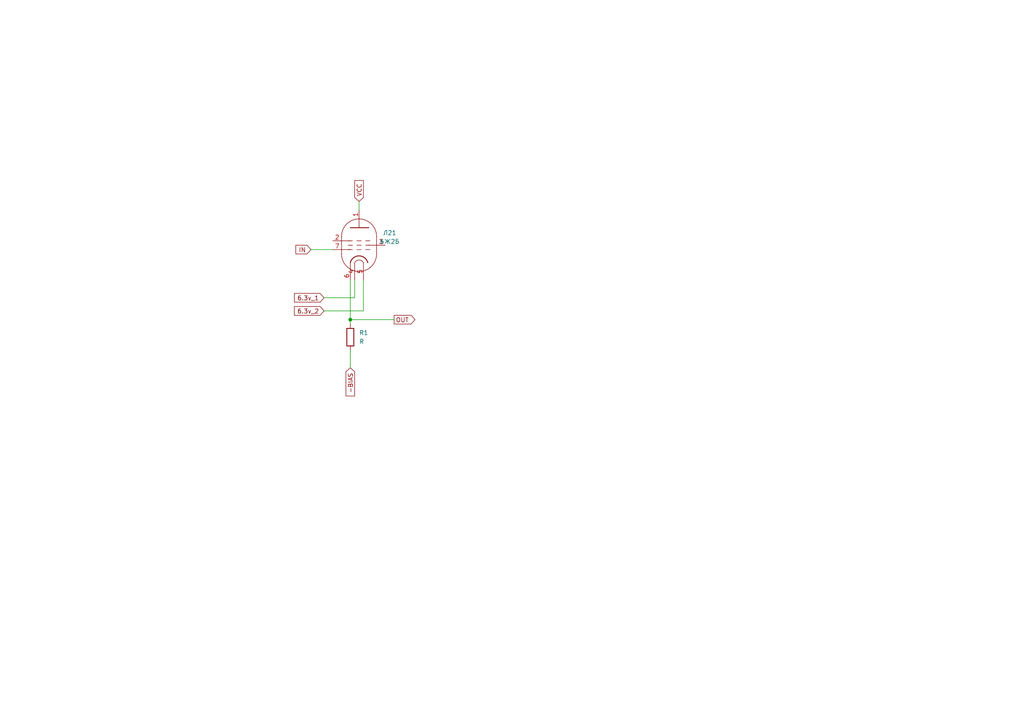
<source format=kicad_sch>
(kicad_sch
	(version 20231120)
	(generator "eeschema")
	(generator_version "8.0")
	(uuid "4cecc1c3-997f-4c98-a430-f3698b269281")
	(paper "A4")
	(lib_symbols
		(symbol "Device:R"
			(pin_numbers hide)
			(pin_names
				(offset 0)
			)
			(exclude_from_sim no)
			(in_bom yes)
			(on_board yes)
			(property "Reference" "R"
				(at 2.032 0 90)
				(effects
					(font
						(size 1.27 1.27)
					)
				)
			)
			(property "Value" "R"
				(at 0 0 90)
				(effects
					(font
						(size 1.27 1.27)
					)
				)
			)
			(property "Footprint" ""
				(at -1.778 0 90)
				(effects
					(font
						(size 1.27 1.27)
					)
					(hide yes)
				)
			)
			(property "Datasheet" "~"
				(at 0 0 0)
				(effects
					(font
						(size 1.27 1.27)
					)
					(hide yes)
				)
			)
			(property "Description" "Resistor"
				(at 0 0 0)
				(effects
					(font
						(size 1.27 1.27)
					)
					(hide yes)
				)
			)
			(property "ki_keywords" "R res resistor"
				(at 0 0 0)
				(effects
					(font
						(size 1.27 1.27)
					)
					(hide yes)
				)
			)
			(property "ki_fp_filters" "R_*"
				(at 0 0 0)
				(effects
					(font
						(size 1.27 1.27)
					)
					(hide yes)
				)
			)
			(symbol "R_0_1"
				(rectangle
					(start -1.016 -2.54)
					(end 1.016 2.54)
					(stroke
						(width 0.254)
						(type default)
					)
					(fill
						(type none)
					)
				)
			)
			(symbol "R_1_1"
				(pin passive line
					(at 0 3.81 270)
					(length 1.27)
					(name "~"
						(effects
							(font
								(size 1.27 1.27)
							)
						)
					)
					(number "1"
						(effects
							(font
								(size 1.27 1.27)
							)
						)
					)
				)
				(pin passive line
					(at 0 -3.81 90)
					(length 1.27)
					(name "~"
						(effects
							(font
								(size 1.27 1.27)
							)
						)
					)
					(number "2"
						(effects
							(font
								(size 1.27 1.27)
							)
						)
					)
				)
			)
		)
		(symbol "vacuum_tube:6Ж2Б"
			(pin_names
				(offset 0) hide)
			(exclude_from_sim no)
			(in_bom yes)
			(on_board yes)
			(property "Reference" "Л"
				(at 3.302 7.874 0)
				(effects
					(font
						(size 1.27 1.27)
					)
				)
			)
			(property "Value" "6Ж2Б"
				(at 8.89 -7.62 0)
				(effects
					(font
						(size 1.27 1.27)
					)
				)
			)
			(property "Footprint" ""
				(at 6.858 -10.16 0)
				(effects
					(font
						(size 1.27 1.27)
					)
					(hide yes)
				)
			)
			(property "Datasheet" ""
				(at 0 0 0)
				(effects
					(font
						(size 1.27 1.27)
					)
					(hide yes)
				)
			)
			(property "Description" "Pentode"
				(at 0 0 0)
				(effects
					(font
						(size 1.27 1.27)
					)
					(hide yes)
				)
			)
			(property "ki_keywords" "pentode valve"
				(at 0 0 0)
				(effects
					(font
						(size 1.27 1.27)
					)
					(hide yes)
				)
			)
			(property "ki_fp_filters" "VALVE*NOVAL*P*"
				(at 0 0 0)
				(effects
					(font
						(size 1.27 1.27)
					)
					(hide yes)
				)
			)
			(symbol "6Ж2Б_0_1"
				(arc
					(start -5.08 -2.54)
					(mid 0 -7.5979)
					(end 5.08 -2.54)
					(stroke
						(width 0)
						(type default)
					)
					(fill
						(type none)
					)
				)
				(polyline
					(pts
						(xy 5.08 2.54) (xy 5.08 -2.54)
					)
					(stroke
						(width 0)
						(type default)
					)
					(fill
						(type none)
					)
				)
				(polyline
					(pts
						(xy -5.08 2.54) (xy -5.08 -2.54) (xy -5.08 -2.54)
					)
					(stroke
						(width 0)
						(type default)
					)
					(fill
						(type none)
					)
				)
				(arc
					(start 5.08 2.54)
					(mid 0 7.5979)
					(end -5.08 2.54)
					(stroke
						(width 0)
						(type default)
					)
					(fill
						(type none)
					)
				)
			)
			(symbol "6Ж2Б_1_0"
				(polyline
					(pts
						(xy -2.54 -5.08) (xy -2.54 -7.62)
					)
					(stroke
						(width 0)
						(type default)
					)
					(fill
						(type none)
					)
				)
				(polyline
					(pts
						(xy 0 5.08) (xy 0 7.62)
					)
					(stroke
						(width 0)
						(type default)
					)
					(fill
						(type none)
					)
				)
			)
			(symbol "6Ж2Б_1_1"
				(polyline
					(pts
						(xy -5.08 -1.27) (xy -2.54 -1.27)
					)
					(stroke
						(width 0)
						(type default)
					)
					(fill
						(type none)
					)
				)
				(polyline
					(pts
						(xy -5.08 1.27) (xy -2.54 1.27)
					)
					(stroke
						(width 0)
						(type default)
					)
					(fill
						(type none)
					)
				)
				(polyline
					(pts
						(xy -1.905 -1.27) (xy -3.175 -1.27)
					)
					(stroke
						(width 0.1524)
						(type default)
					)
					(fill
						(type none)
					)
				)
				(polyline
					(pts
						(xy -1.905 0) (xy -3.175 0)
					)
					(stroke
						(width 0.1524)
						(type default)
					)
					(fill
						(type none)
					)
				)
				(polyline
					(pts
						(xy -1.905 1.27) (xy -3.175 1.27)
					)
					(stroke
						(width 0.1524)
						(type default)
					)
					(fill
						(type none)
					)
				)
				(polyline
					(pts
						(xy -0.635 -1.27) (xy 0.635 -1.27)
					)
					(stroke
						(width 0.1524)
						(type default)
					)
					(fill
						(type none)
					)
				)
				(polyline
					(pts
						(xy -0.635 0) (xy 0.635 0)
					)
					(stroke
						(width 0.1524)
						(type default)
					)
					(fill
						(type none)
					)
				)
				(polyline
					(pts
						(xy -0.635 1.27) (xy 0.635 1.27)
					)
					(stroke
						(width 0.1524)
						(type default)
					)
					(fill
						(type none)
					)
				)
				(polyline
					(pts
						(xy 1.905 -1.27) (xy 3.175 -1.27)
					)
					(stroke
						(width 0.1524)
						(type default)
					)
					(fill
						(type none)
					)
				)
				(polyline
					(pts
						(xy 1.905 0) (xy 3.175 0)
					)
					(stroke
						(width 0.1524)
						(type default)
					)
					(fill
						(type none)
					)
				)
				(polyline
					(pts
						(xy 1.905 1.27) (xy 3.175 1.27)
					)
					(stroke
						(width 0.1524)
						(type default)
					)
					(fill
						(type none)
					)
				)
				(polyline
					(pts
						(xy 2.54 0) (xy 5.08 0)
					)
					(stroke
						(width 0)
						(type default)
					)
					(fill
						(type none)
					)
				)
				(polyline
					(pts
						(xy -2.54 5.08) (xy 2.794 5.08) (xy 2.794 5.08)
					)
					(stroke
						(width 0.254)
						(type default)
					)
					(fill
						(type none)
					)
				)
				(arc
					(start 1.27 -5.08)
					(mid 0 -4.2951)
					(end -1.27 -5.08)
					(stroke
						(width 0)
						(type default)
					)
					(fill
						(type none)
					)
				)
				(arc
					(start 2.54 -5.08)
					(mid 0 -3.0968)
					(end -2.54 -5.08)
					(stroke
						(width 0.254)
						(type default)
					)
					(fill
						(type none)
					)
				)
				(pin output line
					(at 0 10.16 270)
					(length 2.54)
					(name "A"
						(effects
							(font
								(size 1.27 1.27)
							)
						)
					)
					(number "1"
						(effects
							(font
								(size 1.27 1.27)
							)
						)
					)
				)
				(pin input line
					(at -7.62 1.27 0)
					(length 2.54)
					(name "G3"
						(effects
							(font
								(size 1.27 1.27)
							)
						)
					)
					(number "2"
						(effects
							(font
								(size 1.27 1.27)
							)
						)
					)
				)
				(pin input line
					(at 7.62 0 180)
					(length 2.54)
					(name "G"
						(effects
							(font
								(size 1.27 1.27)
							)
						)
					)
					(number "3"
						(effects
							(font
								(size 1.27 1.27)
							)
						)
					)
				)
				(pin power_in line
					(at -1.27 -10.16 90)
					(length 5.08)
					(name "F1"
						(effects
							(font
								(size 1.27 1.27)
							)
						)
					)
					(number "4"
						(effects
							(font
								(size 1.27 1.27)
							)
						)
					)
				)
				(pin power_in line
					(at 1.27 -10.16 90)
					(length 5.08)
					(name "F1"
						(effects
							(font
								(size 1.27 1.27)
							)
						)
					)
					(number "5"
						(effects
							(font
								(size 1.27 1.27)
							)
						)
					)
				)
				(pin bidirectional line
					(at -2.54 -10.16 90)
					(length 2.54)
					(name "K"
						(effects
							(font
								(size 1.27 1.27)
							)
						)
					)
					(number "6"
						(effects
							(font
								(size 1.27 1.27)
							)
						)
					)
				)
				(pin input line
					(at -7.62 -1.27 0)
					(length 2.54)
					(name "G1"
						(effects
							(font
								(size 1.27 1.27)
							)
						)
					)
					(number "7"
						(effects
							(font
								(size 1.27 1.27)
							)
						)
					)
				)
			)
		)
	)
	(junction
		(at 101.6 92.71)
		(diameter 0)
		(color 0 0 0 0)
		(uuid "93cebb78-b345-4cbd-8859-6d88ed52eb8d")
	)
	(wire
		(pts
			(xy 101.6 101.6) (xy 101.6 106.68)
		)
		(stroke
			(width 0)
			(type default)
		)
		(uuid "1266e331-2405-4aed-9a61-223b4d915328")
	)
	(wire
		(pts
			(xy 90.17 72.39) (xy 96.52 72.39)
		)
		(stroke
			(width 0)
			(type default)
		)
		(uuid "13337ef7-3ae5-4932-9bba-441b72aea892")
	)
	(wire
		(pts
			(xy 93.98 86.36) (xy 102.87 86.36)
		)
		(stroke
			(width 0)
			(type default)
		)
		(uuid "236389de-deff-475c-99e2-2b4b7bcc6537")
	)
	(wire
		(pts
			(xy 104.14 58.42) (xy 104.14 60.96)
		)
		(stroke
			(width 0)
			(type default)
		)
		(uuid "34f4ef23-7ed1-4a44-98bb-b0df9c1fc1f0")
	)
	(wire
		(pts
			(xy 101.6 92.71) (xy 114.3 92.71)
		)
		(stroke
			(width 0)
			(type default)
		)
		(uuid "3cc10259-ac05-412e-8c01-4667cbb28e56")
	)
	(wire
		(pts
			(xy 102.87 86.36) (xy 102.87 81.28)
		)
		(stroke
			(width 0)
			(type default)
		)
		(uuid "4637098d-3eae-497a-ae43-231f169343a5")
	)
	(wire
		(pts
			(xy 105.41 90.17) (xy 105.41 81.28)
		)
		(stroke
			(width 0)
			(type default)
		)
		(uuid "68620b63-d38a-4720-bd32-27c2938bc613")
	)
	(wire
		(pts
			(xy 101.6 92.71) (xy 101.6 93.98)
		)
		(stroke
			(width 0)
			(type default)
		)
		(uuid "6b8f873c-9df7-4e16-9656-06208453c562")
	)
	(wire
		(pts
			(xy 93.98 90.17) (xy 105.41 90.17)
		)
		(stroke
			(width 0)
			(type default)
		)
		(uuid "8fd31cab-9e1d-43e4-8ab4-625ed46cab53")
	)
	(wire
		(pts
			(xy 101.6 81.28) (xy 101.6 92.71)
		)
		(stroke
			(width 0)
			(type default)
		)
		(uuid "f8f354b4-79c0-42ce-b061-dfd9a2519f31")
	)
	(global_label "6.3v_1"
		(shape input)
		(at 93.98 86.36 180)
		(fields_autoplaced yes)
		(effects
			(font
				(size 1.27 1.27)
			)
			(justify right)
		)
		(uuid "0f39eb27-b5fa-499d-a432-8d68db2218ff")
		(property "Intersheetrefs" "${INTERSHEET_REFS}"
			(at 84.9057 86.36 0)
			(effects
				(font
					(size 1.27 1.27)
				)
				(justify right)
				(hide yes)
			)
		)
	)
	(global_label "OUT"
		(shape output)
		(at 114.3 92.71 0)
		(fields_autoplaced yes)
		(effects
			(font
				(size 1.27 1.27)
			)
			(justify left)
		)
		(uuid "11804625-d339-4665-ac05-0b299bb27c28")
		(property "Intersheetrefs" "${INTERSHEET_REFS}"
			(at 120.8344 92.71 0)
			(effects
				(font
					(size 1.27 1.27)
				)
				(justify left)
				(hide yes)
			)
		)
	)
	(global_label "-BIAS"
		(shape input)
		(at 101.6 106.68 270)
		(fields_autoplaced yes)
		(effects
			(font
				(size 1.27 1.27)
			)
			(justify right)
		)
		(uuid "29fc5afb-52a9-433f-8278-dbaef1d78b65")
		(property "Intersheetrefs" "${INTERSHEET_REFS}"
			(at 101.6 115.3311 90)
			(effects
				(font
					(size 1.27 1.27)
				)
				(justify right)
				(hide yes)
			)
		)
	)
	(global_label "VCC"
		(shape input)
		(at 104.14 58.42 90)
		(fields_autoplaced yes)
		(effects
			(font
				(size 1.27 1.27)
			)
			(justify left)
		)
		(uuid "8554a4f4-0533-4747-9af7-b3b33d18d2d8")
		(property "Intersheetrefs" "${INTERSHEET_REFS}"
			(at 104.14 51.8856 90)
			(effects
				(font
					(size 1.27 1.27)
				)
				(justify left)
				(hide yes)
			)
		)
	)
	(global_label "IN"
		(shape input)
		(at 90.17 72.39 180)
		(fields_autoplaced yes)
		(effects
			(font
				(size 1.27 1.27)
			)
			(justify right)
		)
		(uuid "cfd433d8-70a2-4121-9cf3-450d71b970f7")
		(property "Intersheetrefs" "${INTERSHEET_REFS}"
			(at 85.3289 72.39 0)
			(effects
				(font
					(size 1.27 1.27)
				)
				(justify right)
				(hide yes)
			)
		)
	)
	(global_label "6.3v_2"
		(shape input)
		(at 93.98 90.17 180)
		(fields_autoplaced yes)
		(effects
			(font
				(size 1.27 1.27)
			)
			(justify right)
		)
		(uuid "e16fc1c2-946a-41d4-8088-1d9f8730fc01")
		(property "Intersheetrefs" "${INTERSHEET_REFS}"
			(at 84.9057 90.17 0)
			(effects
				(font
					(size 1.27 1.27)
				)
				(justify right)
				(hide yes)
			)
		)
	)
	(symbol
		(lib_id "Device:R")
		(at 101.6 97.79 0)
		(unit 1)
		(exclude_from_sim no)
		(in_bom yes)
		(on_board yes)
		(dnp no)
		(fields_autoplaced yes)
		(uuid "034bee27-70be-4dd2-bc0d-cb8f1f84f00d")
		(property "Reference" "R1"
			(at 104.14 96.52 0)
			(effects
				(font
					(size 1.27 1.27)
				)
				(justify left)
			)
		)
		(property "Value" "R"
			(at 104.14 99.06 0)
			(effects
				(font
					(size 1.27 1.27)
				)
				(justify left)
			)
		)
		(property "Footprint" ""
			(at 99.822 97.79 90)
			(effects
				(font
					(size 1.27 1.27)
				)
				(hide yes)
			)
		)
		(property "Datasheet" "~"
			(at 101.6 97.79 0)
			(effects
				(font
					(size 1.27 1.27)
				)
				(hide yes)
			)
		)
		(property "Description" ""
			(at 101.6 97.79 0)
			(effects
				(font
					(size 1.27 1.27)
				)
				(hide yes)
			)
		)
		(pin "1"
			(uuid "59e7abbd-9a5d-467d-8371-119e8721327d")
		)
		(pin "2"
			(uuid "ebe9f296-72f2-4278-bbf5-ba25d93e2f30")
		)
		(instances
			(project "logic"
				(path "/4a711068-a8e1-4e6b-a86d-5e6a0e1204d9/af9aea4b-00e5-4d46-936c-8a0c4bb586eb"
					(reference "R1")
					(unit 1)
				)
			)
		)
	)
	(symbol
		(lib_id "vacuum_tube:6Ж2Б")
		(at 104.14 71.12 0)
		(unit 1)
		(exclude_from_sim no)
		(in_bom yes)
		(on_board yes)
		(dnp no)
		(fields_autoplaced yes)
		(uuid "98851f14-b76a-473b-b344-c0adfdae2a4f")
		(property "Reference" "Л21"
			(at 113.03 67.5386 0)
			(effects
				(font
					(size 1.27 1.27)
				)
			)
		)
		(property "Value" "6Ж2Б"
			(at 113.03 70.0786 0)
			(effects
				(font
					(size 1.27 1.27)
				)
			)
		)
		(property "Footprint" ""
			(at 110.998 81.28 0)
			(effects
				(font
					(size 1.27 1.27)
				)
				(hide yes)
			)
		)
		(property "Datasheet" ""
			(at 104.14 71.12 0)
			(effects
				(font
					(size 1.27 1.27)
				)
				(hide yes)
			)
		)
		(property "Description" ""
			(at 104.14 71.12 0)
			(effects
				(font
					(size 1.27 1.27)
				)
				(hide yes)
			)
		)
		(pin "1"
			(uuid "ffbce10c-3b75-4fda-b4dc-8edaab2a4dfb")
		)
		(pin "2"
			(uuid "1c9f9242-0e8b-463f-ab5f-a09735914a23")
		)
		(pin "3"
			(uuid "b1854fc3-5a9d-4698-ba77-c72b70ef2eab")
		)
		(pin "4"
			(uuid "0fdf6871-d230-4166-b55c-3c0f6493f1c9")
		)
		(pin "5"
			(uuid "1aa0cc84-6c3d-4373-a18c-225ab33aba99")
		)
		(pin "6"
			(uuid "44d9af66-0157-4fa3-816f-ad7289ba7c03")
		)
		(pin "7"
			(uuid "adce5cdf-179d-4c87-ab5f-6c764d98b8c2")
		)
		(instances
			(project "logic"
				(path "/4a711068-a8e1-4e6b-a86d-5e6a0e1204d9/af9aea4b-00e5-4d46-936c-8a0c4bb586eb"
					(reference "Л21")
					(unit 1)
				)
			)
		)
	)
)

</source>
